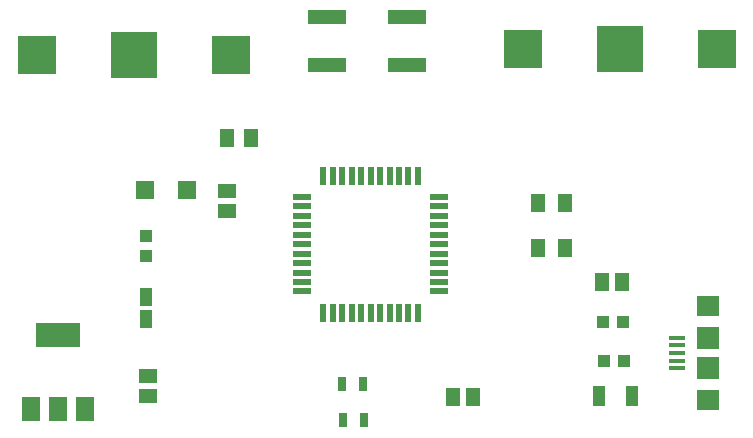
<source format=gtp>
G75*
%MOIN*%
%OFA0B0*%
%FSLAX25Y25*%
%IPPOS*%
%LPD*%
%AMOC8*
5,1,8,0,0,1.08239X$1,22.5*
%
%ADD10R,0.05906X0.01969*%
%ADD11R,0.01969X0.05906*%
%ADD12R,0.12598X0.04724*%
%ADD13R,0.03937X0.05906*%
%ADD14R,0.05118X0.06299*%
%ADD15R,0.05512X0.01378*%
%ADD16R,0.07480X0.07087*%
%ADD17R,0.07480X0.07480*%
%ADD18R,0.03937X0.07087*%
%ADD19R,0.03937X0.04331*%
%ADD20R,0.04331X0.03937*%
%ADD21R,0.05906X0.05906*%
%ADD22R,0.05906X0.05118*%
%ADD23R,0.05118X0.05906*%
%ADD24R,0.03150X0.04724*%
%ADD25R,0.05900X0.07900*%
%ADD26R,0.15000X0.07900*%
%ADD27R,0.15354X0.15354*%
%ADD28R,0.12598X0.12598*%
D10*
X0177915Y0131252D03*
X0177915Y0134402D03*
X0177915Y0137551D03*
X0177915Y0140701D03*
X0177915Y0143850D03*
X0177915Y0147000D03*
X0177915Y0150150D03*
X0177915Y0153299D03*
X0177915Y0156449D03*
X0177915Y0159598D03*
X0177915Y0162748D03*
X0223585Y0162748D03*
X0223585Y0159598D03*
X0223585Y0156449D03*
X0223585Y0153299D03*
X0223585Y0150150D03*
X0223585Y0147000D03*
X0223585Y0143850D03*
X0223585Y0140701D03*
X0223585Y0137551D03*
X0223585Y0134402D03*
X0223585Y0131252D03*
D11*
X0216498Y0124165D03*
X0213348Y0124165D03*
X0210199Y0124165D03*
X0207049Y0124165D03*
X0203900Y0124165D03*
X0200750Y0124165D03*
X0197600Y0124165D03*
X0194451Y0124165D03*
X0191301Y0124165D03*
X0188152Y0124165D03*
X0185002Y0124165D03*
X0185002Y0169835D03*
X0188152Y0169835D03*
X0191301Y0169835D03*
X0194451Y0169835D03*
X0197600Y0169835D03*
X0200750Y0169835D03*
X0203900Y0169835D03*
X0207049Y0169835D03*
X0210199Y0169835D03*
X0213348Y0169835D03*
X0216498Y0169835D03*
D12*
X0212886Y0206876D03*
X0212886Y0222624D03*
X0186114Y0222624D03*
X0186114Y0206876D03*
D13*
X0125750Y0129451D03*
X0125750Y0122049D03*
D14*
X0152813Y0182250D03*
X0160687Y0182250D03*
X0256472Y0160730D03*
X0265528Y0160730D03*
X0265528Y0145770D03*
X0256472Y0145770D03*
D15*
X0302817Y0115868D03*
X0302817Y0113309D03*
X0302817Y0110750D03*
X0302817Y0108191D03*
X0302817Y0105632D03*
D16*
X0313250Y0095002D03*
X0313250Y0126498D03*
D17*
X0313250Y0115750D03*
X0313250Y0105750D03*
D18*
X0288012Y0096500D03*
X0276988Y0096500D03*
D19*
X0278404Y0108000D03*
X0285096Y0108000D03*
X0284846Y0121000D03*
X0278154Y0121000D03*
D20*
X0125750Y0143154D03*
X0125750Y0149846D03*
D21*
X0125610Y0165000D03*
X0139390Y0165000D03*
D22*
X0152750Y0164846D03*
X0152750Y0158154D03*
X0126500Y0103096D03*
X0126500Y0096404D03*
D23*
X0228154Y0096000D03*
X0234846Y0096000D03*
X0277904Y0134250D03*
X0284596Y0134250D03*
D24*
X0198293Y0100500D03*
X0191207Y0100500D03*
X0191457Y0088250D03*
X0198543Y0088250D03*
D25*
X0087600Y0092100D03*
X0096600Y0092100D03*
X0105600Y0092100D03*
D26*
X0096500Y0116900D03*
D27*
X0121750Y0210000D03*
X0283750Y0212000D03*
D28*
X0251467Y0212000D03*
X0316033Y0212000D03*
X0154033Y0210000D03*
X0089467Y0210000D03*
M02*

</source>
